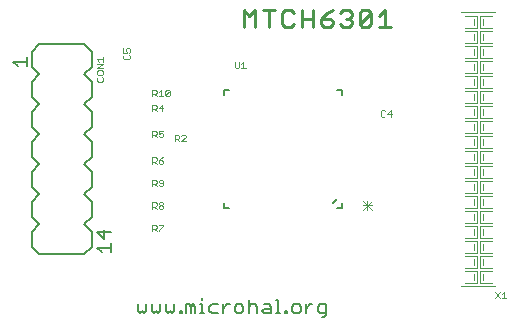
<source format=gtl>
G75*
%MOIN*%
%OFA0B0*%
%FSLAX25Y25*%
%IPPOS*%
%LPD*%
%AMOC8*
5,1,8,0,0,1.08239X$1,22.5*
%
%ADD10C,0.00800*%
%ADD11C,0.01100*%
%ADD12C,0.00200*%
%ADD13C,0.00600*%
%ADD14C,0.00300*%
%ADD15C,0.00400*%
%ADD16C,0.00500*%
D10*
X0049151Y0083235D02*
X0049851Y0083936D01*
X0050552Y0083235D01*
X0051252Y0083936D01*
X0051252Y0086038D01*
X0053054Y0086038D02*
X0053054Y0083936D01*
X0053755Y0083235D01*
X0054455Y0083936D01*
X0055156Y0083235D01*
X0055856Y0083936D01*
X0055856Y0086038D01*
X0057658Y0086038D02*
X0057658Y0083936D01*
X0058358Y0083235D01*
X0059059Y0083936D01*
X0059760Y0083235D01*
X0060460Y0083936D01*
X0060460Y0086038D01*
X0062262Y0083936D02*
X0062962Y0083936D01*
X0062962Y0083235D01*
X0062262Y0083235D01*
X0062262Y0083936D01*
X0064564Y0083235D02*
X0064564Y0086038D01*
X0065264Y0086038D01*
X0065965Y0085337D01*
X0066666Y0086038D01*
X0067366Y0085337D01*
X0067366Y0083235D01*
X0065965Y0083235D02*
X0065965Y0085337D01*
X0069168Y0086038D02*
X0069868Y0086038D01*
X0069868Y0083235D01*
X0069168Y0083235D02*
X0070569Y0083235D01*
X0072237Y0083936D02*
X0072938Y0083235D01*
X0075039Y0083235D01*
X0076841Y0083235D02*
X0076841Y0086038D01*
X0078242Y0086038D02*
X0076841Y0084636D01*
X0078242Y0086038D02*
X0078943Y0086038D01*
X0080677Y0085337D02*
X0080677Y0083936D01*
X0081378Y0083235D01*
X0082779Y0083235D01*
X0083480Y0083936D01*
X0083480Y0085337D01*
X0082779Y0086038D01*
X0081378Y0086038D01*
X0080677Y0085337D01*
X0085281Y0085337D02*
X0085982Y0086038D01*
X0087383Y0086038D01*
X0088084Y0085337D01*
X0088084Y0083235D01*
X0089885Y0083936D02*
X0090586Y0084636D01*
X0092688Y0084636D01*
X0092688Y0085337D02*
X0092688Y0083235D01*
X0090586Y0083235D01*
X0089885Y0083936D01*
X0090586Y0086038D02*
X0091987Y0086038D01*
X0092688Y0085337D01*
X0094489Y0087439D02*
X0095190Y0087439D01*
X0095190Y0083235D01*
X0095890Y0083235D02*
X0094489Y0083235D01*
X0097559Y0083235D02*
X0098259Y0083235D01*
X0098259Y0083936D01*
X0097559Y0083936D01*
X0097559Y0083235D01*
X0099860Y0083936D02*
X0100561Y0083235D01*
X0101962Y0083235D01*
X0102663Y0083936D01*
X0102663Y0085337D01*
X0101962Y0086038D01*
X0100561Y0086038D01*
X0099860Y0085337D01*
X0099860Y0083936D01*
X0104464Y0084636D02*
X0105866Y0086038D01*
X0106566Y0086038D01*
X0108301Y0085337D02*
X0108301Y0083936D01*
X0109002Y0083235D01*
X0111103Y0083235D01*
X0111103Y0082535D02*
X0111103Y0086038D01*
X0109002Y0086038D01*
X0108301Y0085337D01*
X0109702Y0081834D02*
X0110403Y0081834D01*
X0111103Y0082535D01*
X0104464Y0083235D02*
X0104464Y0086038D01*
X0085281Y0087439D02*
X0085281Y0083235D01*
X0075039Y0086038D02*
X0072938Y0086038D01*
X0072237Y0085337D01*
X0072237Y0083936D01*
X0069868Y0087439D02*
X0069868Y0088139D01*
X0049151Y0083235D02*
X0048450Y0083936D01*
X0048450Y0086038D01*
D11*
X0083600Y0178385D02*
X0083600Y0184290D01*
X0085568Y0182322D01*
X0087537Y0184290D01*
X0087537Y0178385D01*
X0092014Y0178385D02*
X0092014Y0184290D01*
X0093982Y0184290D02*
X0090045Y0184290D01*
X0096491Y0183306D02*
X0096491Y0179369D01*
X0097475Y0178385D01*
X0099444Y0178385D01*
X0100428Y0179369D01*
X0102936Y0178385D02*
X0102936Y0184290D01*
X0100428Y0183306D02*
X0099444Y0184290D01*
X0097475Y0184290D01*
X0096491Y0183306D01*
X0102936Y0181338D02*
X0106873Y0181338D01*
X0109382Y0181338D02*
X0109382Y0179369D01*
X0110366Y0178385D01*
X0112335Y0178385D01*
X0113319Y0179369D01*
X0113319Y0180353D01*
X0112335Y0181338D01*
X0109382Y0181338D01*
X0111350Y0183306D01*
X0113319Y0184290D01*
X0115827Y0183306D02*
X0116812Y0184290D01*
X0118780Y0184290D01*
X0119764Y0183306D01*
X0119764Y0182322D01*
X0118780Y0181338D01*
X0119764Y0180353D01*
X0119764Y0179369D01*
X0118780Y0178385D01*
X0116812Y0178385D01*
X0115827Y0179369D01*
X0117796Y0181338D02*
X0118780Y0181338D01*
X0122273Y0179369D02*
X0122273Y0183306D01*
X0123257Y0184290D01*
X0125226Y0184290D01*
X0126210Y0183306D01*
X0122273Y0179369D01*
X0123257Y0178385D01*
X0125226Y0178385D01*
X0126210Y0179369D01*
X0126210Y0183306D01*
X0128718Y0182322D02*
X0130687Y0184290D01*
X0130687Y0178385D01*
X0132655Y0178385D02*
X0128718Y0178385D01*
X0106873Y0178385D02*
X0106873Y0184290D01*
D12*
X0083544Y0166937D02*
X0083544Y0164735D01*
X0082810Y0164735D02*
X0084278Y0164735D01*
X0082810Y0166203D02*
X0083544Y0166937D01*
X0082068Y0166937D02*
X0082068Y0165102D01*
X0081701Y0164735D01*
X0080967Y0164735D01*
X0080600Y0165102D01*
X0080600Y0166937D01*
X0059038Y0157270D02*
X0057570Y0155802D01*
X0057937Y0155435D01*
X0058671Y0155435D01*
X0059038Y0155802D01*
X0059038Y0157270D01*
X0058671Y0157637D01*
X0057937Y0157637D01*
X0057570Y0157270D01*
X0057570Y0155802D01*
X0056828Y0155435D02*
X0055360Y0155435D01*
X0056094Y0155435D02*
X0056094Y0157637D01*
X0055360Y0156903D01*
X0054618Y0156536D02*
X0054251Y0156169D01*
X0053150Y0156169D01*
X0053150Y0155435D02*
X0053150Y0157637D01*
X0054251Y0157637D01*
X0054618Y0157270D01*
X0054618Y0156536D01*
X0053884Y0156169D02*
X0054618Y0155435D01*
X0054251Y0152637D02*
X0053150Y0152637D01*
X0053150Y0150435D01*
X0053150Y0151169D02*
X0054251Y0151169D01*
X0054618Y0151536D01*
X0054618Y0152270D01*
X0054251Y0152637D01*
X0053884Y0151169D02*
X0054618Y0150435D01*
X0055360Y0151536D02*
X0056461Y0152637D01*
X0056461Y0150435D01*
X0056828Y0151536D02*
X0055360Y0151536D01*
X0055360Y0143887D02*
X0055360Y0142786D01*
X0056094Y0143153D01*
X0056461Y0143153D01*
X0056828Y0142786D01*
X0056828Y0142052D01*
X0056461Y0141685D01*
X0055727Y0141685D01*
X0055360Y0142052D01*
X0054618Y0141685D02*
X0053884Y0142419D01*
X0054251Y0142419D02*
X0053150Y0142419D01*
X0053150Y0141685D02*
X0053150Y0143887D01*
X0054251Y0143887D01*
X0054618Y0143520D01*
X0054618Y0142786D01*
X0054251Y0142419D01*
X0055360Y0143887D02*
X0056828Y0143887D01*
X0060650Y0142637D02*
X0060650Y0140435D01*
X0060650Y0141169D02*
X0061751Y0141169D01*
X0062118Y0141536D01*
X0062118Y0142270D01*
X0061751Y0142637D01*
X0060650Y0142637D01*
X0061384Y0141169D02*
X0062118Y0140435D01*
X0062860Y0140435D02*
X0064328Y0141903D01*
X0064328Y0142270D01*
X0063961Y0142637D01*
X0063227Y0142637D01*
X0062860Y0142270D01*
X0062860Y0140435D02*
X0064328Y0140435D01*
X0056828Y0135137D02*
X0056094Y0134770D01*
X0055360Y0134036D01*
X0056461Y0134036D01*
X0056828Y0133669D01*
X0056828Y0133302D01*
X0056461Y0132935D01*
X0055727Y0132935D01*
X0055360Y0133302D01*
X0055360Y0134036D01*
X0054618Y0134036D02*
X0054251Y0133669D01*
X0053150Y0133669D01*
X0053150Y0132935D02*
X0053150Y0135137D01*
X0054251Y0135137D01*
X0054618Y0134770D01*
X0054618Y0134036D01*
X0053884Y0133669D02*
X0054618Y0132935D01*
X0054251Y0127637D02*
X0053150Y0127637D01*
X0053150Y0125435D01*
X0053150Y0126169D02*
X0054251Y0126169D01*
X0054618Y0126536D01*
X0054618Y0127270D01*
X0054251Y0127637D01*
X0055360Y0127270D02*
X0055360Y0126903D01*
X0055727Y0126536D01*
X0056828Y0126536D01*
X0056828Y0125802D02*
X0056828Y0127270D01*
X0056461Y0127637D01*
X0055727Y0127637D01*
X0055360Y0127270D01*
X0055360Y0125802D02*
X0055727Y0125435D01*
X0056461Y0125435D01*
X0056828Y0125802D01*
X0054618Y0125435D02*
X0053884Y0126169D01*
X0054251Y0120137D02*
X0053150Y0120137D01*
X0053150Y0117935D01*
X0053150Y0118669D02*
X0054251Y0118669D01*
X0054618Y0119036D01*
X0054618Y0119770D01*
X0054251Y0120137D01*
X0055360Y0119770D02*
X0055360Y0119403D01*
X0055727Y0119036D01*
X0056461Y0119036D01*
X0056828Y0118669D01*
X0056828Y0118302D01*
X0056461Y0117935D01*
X0055727Y0117935D01*
X0055360Y0118302D01*
X0055360Y0118669D01*
X0055727Y0119036D01*
X0056461Y0119036D02*
X0056828Y0119403D01*
X0056828Y0119770D01*
X0056461Y0120137D01*
X0055727Y0120137D01*
X0055360Y0119770D01*
X0053884Y0118669D02*
X0054618Y0117935D01*
X0054251Y0112637D02*
X0053150Y0112637D01*
X0053150Y0110435D01*
X0053150Y0111169D02*
X0054251Y0111169D01*
X0054618Y0111536D01*
X0054618Y0112270D01*
X0054251Y0112637D01*
X0055360Y0112637D02*
X0056828Y0112637D01*
X0056828Y0112270D01*
X0055360Y0110802D01*
X0055360Y0110435D01*
X0054618Y0110435D02*
X0053884Y0111169D01*
X0036483Y0160346D02*
X0036850Y0160713D01*
X0036850Y0161446D01*
X0036483Y0161813D01*
X0036483Y0162555D02*
X0036850Y0162922D01*
X0036850Y0163656D01*
X0036483Y0164023D01*
X0035015Y0164023D01*
X0034648Y0163656D01*
X0034648Y0162922D01*
X0035015Y0162555D01*
X0036483Y0162555D01*
X0035015Y0161813D02*
X0034648Y0161446D01*
X0034648Y0160713D01*
X0035015Y0160346D01*
X0036483Y0160346D01*
X0036850Y0164765D02*
X0034648Y0164765D01*
X0036850Y0166233D01*
X0034648Y0166233D01*
X0035382Y0166975D02*
X0034648Y0167709D01*
X0036850Y0167709D01*
X0036850Y0166975D02*
X0036850Y0168443D01*
X0043553Y0168115D02*
X0043920Y0167748D01*
X0045388Y0167748D01*
X0045755Y0168115D01*
X0045755Y0168849D01*
X0045388Y0169216D01*
X0045388Y0169958D02*
X0045755Y0170325D01*
X0045755Y0171059D01*
X0045388Y0171426D01*
X0044654Y0171426D01*
X0044287Y0171059D01*
X0044287Y0170692D01*
X0044654Y0169958D01*
X0043553Y0169958D01*
X0043553Y0171426D01*
X0043920Y0169216D02*
X0043553Y0168849D01*
X0043553Y0168115D01*
X0129351Y0150351D02*
X0129351Y0148883D01*
X0129718Y0148516D01*
X0130452Y0148516D01*
X0130819Y0148883D01*
X0131561Y0149617D02*
X0133029Y0149617D01*
X0132662Y0148516D02*
X0132662Y0150718D01*
X0131561Y0149617D01*
X0130819Y0150351D02*
X0130452Y0150718D01*
X0129718Y0150718D01*
X0129351Y0150351D01*
X0167480Y0090237D02*
X0168948Y0088035D01*
X0169690Y0088035D02*
X0171158Y0088035D01*
X0170424Y0088035D02*
X0170424Y0090237D01*
X0169690Y0089503D01*
X0168948Y0090237D02*
X0167480Y0088035D01*
D13*
X0116500Y0118135D02*
X0116500Y0119735D01*
X0116500Y0118135D02*
X0114900Y0118135D01*
X0113300Y0119935D02*
X0114700Y0121335D01*
X0116500Y0155935D02*
X0116500Y0157535D01*
X0114900Y0157535D01*
X0078700Y0157535D02*
X0077100Y0157535D01*
X0077100Y0155935D01*
X0077100Y0119735D02*
X0077100Y0118135D01*
X0078700Y0118135D01*
X0033050Y0120335D02*
X0033050Y0115335D01*
X0030550Y0112835D01*
X0033050Y0110335D01*
X0033050Y0105335D01*
X0030550Y0102835D01*
X0015550Y0102835D01*
X0013050Y0105335D01*
X0013050Y0110335D01*
X0015550Y0112835D01*
X0013050Y0115335D01*
X0013050Y0120335D01*
X0015550Y0122835D01*
X0013050Y0125335D01*
X0013050Y0130335D01*
X0015550Y0132835D01*
X0013050Y0135335D01*
X0013050Y0140335D01*
X0015550Y0142835D01*
X0013050Y0145335D01*
X0013050Y0150335D01*
X0015550Y0152835D01*
X0013050Y0155335D01*
X0013050Y0160335D01*
X0015550Y0162835D01*
X0013050Y0165335D01*
X0013050Y0170335D01*
X0015550Y0172835D01*
X0030550Y0172835D01*
X0033050Y0170335D01*
X0033050Y0165335D01*
X0030550Y0162835D01*
X0033050Y0160335D01*
X0033050Y0155335D01*
X0030550Y0152835D01*
X0033050Y0150335D01*
X0033050Y0145335D01*
X0030550Y0142835D01*
X0033050Y0140335D01*
X0033050Y0135335D01*
X0030550Y0132835D01*
X0033050Y0130335D01*
X0033050Y0125335D01*
X0030550Y0122835D01*
X0033050Y0120335D01*
D14*
X0123314Y0120601D02*
X0126450Y0117465D01*
X0124882Y0117465D02*
X0124882Y0120601D01*
X0126450Y0120601D02*
X0123314Y0117465D01*
X0123314Y0119033D02*
X0126450Y0119033D01*
D15*
X0157300Y0118335D02*
X0161300Y0118335D01*
X0161300Y0122335D01*
X0157300Y0122335D01*
X0157300Y0123335D02*
X0161300Y0123335D01*
X0161300Y0127335D01*
X0157300Y0127335D01*
X0157300Y0128335D02*
X0161300Y0128335D01*
X0161300Y0132335D01*
X0157300Y0132335D01*
X0157300Y0133335D02*
X0161300Y0133335D01*
X0161300Y0137335D01*
X0157300Y0137335D01*
X0157300Y0138335D02*
X0161300Y0138335D01*
X0161300Y0142335D01*
X0157300Y0142335D01*
X0157300Y0143335D02*
X0161300Y0143335D01*
X0161300Y0147335D01*
X0157300Y0147335D01*
X0157300Y0148335D02*
X0161300Y0148335D01*
X0161300Y0152335D01*
X0157300Y0152335D01*
X0157300Y0153335D02*
X0161300Y0153335D01*
X0161300Y0157335D01*
X0157300Y0157335D01*
X0157300Y0158335D02*
X0161300Y0158335D01*
X0161300Y0162335D01*
X0157300Y0162335D01*
X0157300Y0163335D02*
X0161300Y0163335D01*
X0161300Y0167335D01*
X0157300Y0167335D01*
X0157300Y0168335D02*
X0161300Y0168335D01*
X0161300Y0172335D01*
X0157300Y0172335D01*
X0157300Y0173335D02*
X0161300Y0173335D01*
X0161300Y0177335D01*
X0157300Y0177335D01*
X0157300Y0178335D02*
X0161300Y0178335D01*
X0161300Y0182335D01*
X0157300Y0182335D01*
X0156091Y0183465D02*
X0167509Y0183465D01*
X0166300Y0182335D02*
X0162300Y0182335D01*
X0162300Y0178335D01*
X0166300Y0178335D01*
X0166300Y0177335D02*
X0162300Y0177335D01*
X0162300Y0173335D01*
X0166300Y0173335D01*
X0166300Y0172335D02*
X0162300Y0172335D01*
X0162300Y0168335D01*
X0166300Y0168335D01*
X0166300Y0167335D02*
X0162300Y0167335D01*
X0162300Y0163335D01*
X0166300Y0163335D01*
X0166300Y0162335D02*
X0162300Y0162335D01*
X0162300Y0158335D01*
X0166300Y0158335D01*
X0166300Y0157335D02*
X0162300Y0157335D01*
X0162300Y0153335D01*
X0166300Y0153335D01*
X0166300Y0152335D02*
X0162300Y0152335D01*
X0162300Y0148335D01*
X0166300Y0148335D01*
X0166300Y0147335D02*
X0162300Y0147335D01*
X0162300Y0143335D01*
X0166300Y0143335D01*
X0166300Y0142335D02*
X0162300Y0142335D01*
X0162300Y0138335D01*
X0166300Y0138335D01*
X0166300Y0137335D02*
X0162300Y0137335D01*
X0162300Y0133335D01*
X0166300Y0133335D01*
X0166300Y0132335D02*
X0162300Y0132335D01*
X0162300Y0128335D01*
X0166300Y0128335D01*
X0166300Y0127335D02*
X0162300Y0127335D01*
X0162300Y0123335D01*
X0166300Y0123335D01*
X0166300Y0122335D02*
X0162300Y0122335D01*
X0162300Y0118335D01*
X0166300Y0118335D01*
X0166300Y0117335D02*
X0162300Y0117335D01*
X0162300Y0113335D01*
X0166300Y0113335D01*
X0166300Y0112335D02*
X0162300Y0112335D01*
X0162300Y0108335D01*
X0166300Y0108335D01*
X0166300Y0107335D02*
X0162300Y0107335D01*
X0162300Y0103335D01*
X0166300Y0103335D01*
X0166300Y0102335D02*
X0162300Y0102335D01*
X0162300Y0098335D01*
X0166300Y0098335D01*
X0166300Y0097335D02*
X0162300Y0097335D01*
X0162300Y0093335D01*
X0166300Y0093335D01*
X0167509Y0092205D02*
X0156091Y0092205D01*
X0157300Y0093335D02*
X0161300Y0093335D01*
X0161300Y0097335D01*
X0157300Y0097335D01*
X0157300Y0098335D02*
X0161300Y0098335D01*
X0161300Y0102335D01*
X0157300Y0102335D01*
X0157300Y0103335D02*
X0161300Y0103335D01*
X0161300Y0107335D01*
X0157300Y0107335D01*
X0157300Y0108335D02*
X0161300Y0108335D01*
X0161300Y0112335D01*
X0157300Y0112335D01*
X0157300Y0113335D02*
X0161300Y0113335D01*
X0161300Y0117335D01*
X0157300Y0117335D01*
X0160300Y0116335D02*
X0160300Y0114335D01*
X0163300Y0114335D02*
X0163300Y0116335D01*
X0163300Y0119335D02*
X0163300Y0121335D01*
X0160300Y0121335D02*
X0160300Y0119335D01*
X0160300Y0124335D02*
X0160300Y0126335D01*
X0163300Y0126335D02*
X0163300Y0124335D01*
X0163300Y0129335D02*
X0163300Y0131335D01*
X0160300Y0131335D02*
X0160300Y0129335D01*
X0160300Y0134335D02*
X0160300Y0136335D01*
X0163300Y0136335D02*
X0163300Y0134335D01*
X0163300Y0139335D02*
X0163300Y0141335D01*
X0160300Y0141335D02*
X0160300Y0139335D01*
X0160300Y0144335D02*
X0160300Y0146335D01*
X0163300Y0146335D02*
X0163300Y0144335D01*
X0163300Y0149335D02*
X0163300Y0151335D01*
X0160300Y0151335D02*
X0160300Y0149335D01*
X0160300Y0154335D02*
X0160300Y0156335D01*
X0163300Y0156335D02*
X0163300Y0154335D01*
X0163300Y0159335D02*
X0163300Y0161335D01*
X0160300Y0161335D02*
X0160300Y0159335D01*
X0160300Y0164335D02*
X0160300Y0166335D01*
X0163300Y0166335D02*
X0163300Y0164335D01*
X0163300Y0169335D02*
X0163300Y0171335D01*
X0160300Y0171335D02*
X0160300Y0169335D01*
X0160300Y0174335D02*
X0160300Y0176335D01*
X0163300Y0176335D02*
X0163300Y0174335D01*
X0163300Y0179335D02*
X0163300Y0181335D01*
X0160300Y0181335D02*
X0160300Y0179335D01*
X0160300Y0111335D02*
X0160300Y0109335D01*
X0160300Y0106335D02*
X0160300Y0104335D01*
X0163300Y0104335D02*
X0163300Y0106335D01*
X0163300Y0109335D02*
X0163300Y0111335D01*
X0163300Y0101335D02*
X0163300Y0099335D01*
X0163300Y0096335D02*
X0163300Y0094335D01*
X0160300Y0094335D02*
X0160300Y0096335D01*
X0160300Y0099335D02*
X0160300Y0101335D01*
D16*
X0039300Y0103377D02*
X0039300Y0106380D01*
X0039300Y0104879D02*
X0034796Y0104879D01*
X0036297Y0103377D01*
X0037048Y0107981D02*
X0037048Y0110984D01*
X0034796Y0110233D02*
X0037048Y0107981D01*
X0039300Y0110233D02*
X0034796Y0110233D01*
X0011300Y0165481D02*
X0011300Y0168484D01*
X0011300Y0166982D02*
X0006796Y0166982D01*
X0008297Y0165481D01*
M02*

</source>
